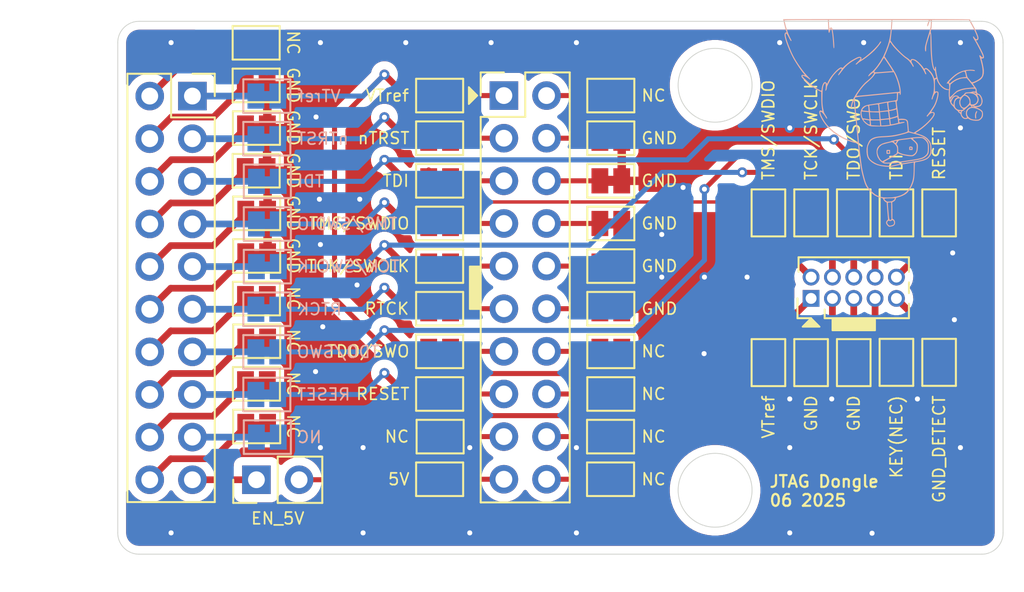
<source format=kicad_pcb>
(kicad_pcb (version 20241229) (generator "pcbnew") (generator_version "9.0")
  (layers (0 "F.Cu" signal) (2 "B.Cu" signal) (13 "F.Paste" user) (15 "B.Paste" user) (5 "F.SilkS" user "F.Silkscreen") (7 "B.SilkS" user "B.Silkscreen") (1 "F.Mask" user) (3 "B.Mask" user) (25 "Edge.Cuts" user))
  (net 0 "")
  (net 1 "Net-(J1-Pin_1)")
  (net 2 "/5V_Supply")
  (net 3 "/TDO{slash}SWO")
  (net 4 "/TCK{slash}SWCLK")
  (net 5 "GND")
  (net 6 "/RTCK")
  (net 7 "/nTRST")
  (net 8 "/RESET")
  (net 9 "/TDI")
  (net 10 "/VTref")
  (net 11 "/TMS{slash}SWDIO")
  (net 12 "Net-(J4-Pin_2)")
  (net 13 "Net-(J2-Pin_13)")
  (net 14 "Net-(J2-Pin_9)")
  (net 15 "Net-(J2-Pin_11)")
  (net 16 "Net-(J2-Pin_3)")
  (net 17 "Net-(J2-Pin_10)")
  (net 18 "Net-(J2-Pin_15)")
  (net 19 "Net-(J2-Pin_5)")
  (net 20 "Net-(J2-Pin_1)")
  (net 21 "Net-(J2-Pin_7)")
  (net 22 "Net-(J2-Pin_17)")
  (net 24 "Net-(J4-Pin_8)")
  (net 25 "Net-(J4-Pin_5)")
  (net 26 "Net-(J4-Pin_4)")
  (net 27 "Net-(J4-Pin_6)")
  (net 28 "Net-(J4-Pin_1)")
  (net 29 "/KEY")
  (net 30 "Net-(J4-Pin_10)")
  (net 31 "/GND_Detect")
  (net 32 "Net-(J4-Pin_3)")
  (net 34 "Net-(J3-Pin_3)")
  (net 35 "Net-(J3-Pin_15)")
  (net 36 "Net-(J3-Pin_8)")
  (net 37 "Net-(J3-Pin_4)")
  (net 38 "Net-(J3-Pin_10)")
  (net 39 "Net-(J3-Pin_5)")
  (net 40 "Net-(J3-Pin_6)")
  (net 41 "Net-(J3-Pin_14)")
  (net 42 "Net-(J3-Pin_20)")
  (net 43 "Net-(J3-Pin_2)")
  (net 44 "Net-(J3-Pin_11)")
  (net 45 "Net-(J3-Pin_12)")
  (net 46 "Net-(J3-Pin_7)")
  (net 47 "Net-(J3-Pin_1)")
  (net 48 "Net-(J3-Pin_13)")
  (net 49 "Net-(J3-Pin_19)")
  (net 50 "Net-(J3-Pin_18)")
  (net 51 "Net-(J3-Pin_17)")
  (net 52 "Net-(J3-Pin_9)")
  (net 53 "Net-(J3-Pin_16)")
  (net 60 "Net-(J2-Pin_4)")
  (net 61 "Net-(J2-Pin_16)")
  (net 62 "Net-(J2-Pin_20)")
  (net 63 "Net-(J2-Pin_2)")
  (net 64 "Net-(J2-Pin_18)")
  (net 65 "Net-(J2-Pin_8)")
  (net 66 "Net-(J2-Pin_14)")
  (net 67 "Net-(J2-Pin_6)")
  (net 68 "Net-(J2-Pin_12)")
  (footprint "Jumper:SolderJumper-2_P1.3mm_Bridged_Pad1.0x1.5mm" (layer "F.Cu") (at 56.335 58.8995)
    (property "Reference" "JP13" (hide yes))
    (property "Value" "SolderJumper_2_Bridged")
  )
  (footprint "Jumper:SolderJumper-2_P1.3mm_Bridged_Pad1.0x1.5mm" (layer "F.Cu") (at 96.99 61.415 90)
    (property "Reference" "JP29" (hide yes))
    (property "Value" "SolderJumper_2_Bridged")
  )
  (footprint "Connector_PinHeader_2.54mm:PinHeader_1x02_P2.54mm_Vertical" (layer "F.Cu") (at 56.35 77.3145 90)
    (property "Reference" "J1" (hide yes))
    (property "Value" "5V supply Enable")
  )
  (footprint "Jumper:SolderJumper-2_P1.3mm_Bridged_Pad1.0x1.5mm" (layer "F.Cu") (at 56.335 53.8195)
    (property "Reference" "JP11" (hide yes))
    (property "Value" "SolderJumper_2_Bridged")
  )
  (footprint "Jumper:SolderJumper-2_P1.3mm_Bridged_Pad1.0x1.5mm" (layer "F.Cu") (at 77.447 62.0445)
    (property "Reference" "JP43" (hide yes))
    (property "Value" "SolderJumper_2_Bridged")
  )
  (footprint "Jumper:SolderJumper-2_P1.3mm_Bridged_Pad1.0x1.5mm" (layer "F.Cu") (at 67.257 64.5845)
    (property "Reference" "JP34" (hide yes))
    (property "Value" "SolderJumper_2_Bridged")
  )
  (footprint "Jumper:SolderJumper-2_P1.3mm_Bridged_Pad1.0x1.5mm" (layer "F.Cu") (at 89.37 70.335 90)
    (property "Reference" "JP21" (hide yes))
    (property "Value" "SolderJumper_2_Bridged")
  )
  (footprint "Jumper:SolderJumper-2_P1.3mm_Bridged_Pad1.0x1.5mm" (layer "F.Cu") (at 56.35 56.3595)
    (property "Reference" "JP12" (hide yes))
    (property "Value" "SolderJumper_2_Bridged")
  )
  (footprint "Jumper:SolderJumper-2_P1.3mm_Bridged_Pad1.0x1.5mm" (layer "F.Cu") (at 77.447 67.1245)
    (property "Reference" "JP45" (hide yes))
    (property "Value" "SolderJumper_2_Bridged")
  )
  (footprint "Jumper:SolderJumper-2_P1.3mm_Bridged_Pad1.0x1.5mm" (layer "F.Cu") (at 56.365 61.4395)
    (property "Reference" "JP14" (hide yes))
    (property "Value" "SolderJumper_2_Bridged")
  )
  (footprint "Jumper:SolderJumper-2_P1.3mm_Bridged_Pad1.0x1.5mm" (layer "F.Cu") (at 77.447 56.9645)
    (property "Reference" "JP41" (hide yes))
    (property "Value" "SolderJumper_2_Bridged")
  )
  (footprint "Jumper:SolderJumper-2_P1.3mm_Bridged_Pad1.0x1.5mm" (layer "F.Cu") (at 67.257 62.0445)
    (property "Reference" "JP33" (hide yes))
    (property "Value" "SolderJumper_2_Bridged")
  )
  (footprint "Jumper:SolderJumper-2_P1.3mm_Bridged_Pad1.0x1.5mm" (layer "F.Cu") (at 56.335 51.2795)
    (property "Reference" "JP10" (hide yes))
    (property "Value" "SolderJumper_2_Bridged")
  )
  (footprint "Jumper:SolderJumper-2_P1.3mm_Bridged_Pad1.0x1.5mm" (layer "F.Cu") (at 86.83 70.335 90)
    (property "Reference" "JP20" (hide yes))
    (property "Value" "SolderJumper_2_Bridged")
  )
  (footprint "Jumper:SolderJumper-2_P1.3mm_Bridged_Pad1.0x1.5mm" (layer "F.Cu") (at 91.91 70.335 90)
    (property "Reference" "JP22" (hide yes))
    (property "Value" "SolderJumper_2_Bridged")
  )
  (footprint "Jumper:SolderJumper-2_P1.3mm_Bridged_Pad1.0x1.5mm" (layer "F.Cu") (at 56.365 74.1395)
    (property "Reference" "JP19" (hide yes))
    (property "Value" "SolderJumper_2_Bridged")
  )
  (footprint "Jumper:SolderJumper-2_P1.3mm_Bridged_Pad1.0x1.5mm" (layer "F.Cu") (at 94.45 61.415 90)
    (property "Reference" "JP28" (hide yes))
    (property "Value" "SolderJumper_2_Bridged")
  )
  (footprint "Jumper:SolderJumper-2_P1.3mm_Bridged_Pad1.0x1.5mm" (layer "F.Cu") (at 67.287 74.7445)
    (property "Reference" "JP38" (hide yes))
    (property "Value" "SolderJumper_2_Bridged")
  )
  (footprint "Connector_PinHeader_2.54mm:PinHeader_2x10_P2.54mm_Vertical" (layer "F.Cu") (at 71.082 54.4245)
    (property "Reference" "J3" (hide yes))
    (property "Value" "Conn_02x10_Odd_Even")
  )
  (footprint "Jumper:SolderJumper-2_P1.3mm_Bridged_Pad1.0x1.5mm" (layer "F.Cu") (at 77.447 64.5845)
    (property "Reference" "JP44" (hide yes))
    (property "Value" "SolderJumper_2_Bridged")
  )
  (footprint "Jumper:SolderJumper-2_P1.3mm_Bridged_Pad1.0x1.5mm" (layer "F.Cu") (at 56.35 66.5195)
    (property "Reference" "JP16" (hide yes))
    (property "Value" "SolderJumper_2_Bridged")
  )
  (footprint "Jumper:SolderJumper-2_P1.3mm_Bridged_Pad1.0x1.5mm" (layer "F.Cu") (at 67.257 54.4245)
    (property "Reference" "JP30" (hide yes))
    (property "Value" "SolderJumper_2_Bridged")
  )
  (footprint "Jumper:SolderJumper-2_P1.3mm_Bridged_Pad1.0x1.5mm" (layer "F.Cu") (at 56.365 63.9795)
    (property "Reference" "JP15" (hide yes))
    (property "Value" "SolderJumper_2_Bridged")
  )
  (footprint "Jumper:SolderJumper-2_P1.3mm_Bridged_Pad1.0x1.5mm" (layer "F.Cu") (at 77.432 74.7445)
    (property "Reference" "JP48" (hide yes))
    (property "Value" "SolderJumper_2_Bridged")
  )
  (footprint "Jumper:SolderJumper-2_P1.3mm_Bridged_Pad1.0x1.5mm" (layer "F.Cu") (at 94.45 70.32 90)
    (property "Reference" "JP23" (hide yes))
    (property "Value" "SolderJumper_2_Bridged")
  )
  (footprint "Jumper:SolderJumper-2_P1.3mm_Bridged_Pad1.0x1.5mm" (layer "F.Cu") (at 67.257 72.2045)
    (property "Reference" "JP37" (hide yes))
    (property "Value" "SolderJumper_2_Bridged")
  )
  (footprint "Jumper:SolderJumper-2_P1.3mm_Bridged_Pad1.0x1.5mm" (layer "F.Cu") (at 89.37 61.415 90)
    (property "Reference" "JP26" (hide yes))
    (property "Value" "SolderJumper_2_Bridged")
  )
  (footprint "Jumper:SolderJumper-2_P1.3mm_Bridged_Pad1.0x1.5mm" (layer "F.Cu") (at 91.91 61.415 90)
    (property "Reference" "JP27" (hide yes))
    (property "Value" "SolderJumper_2_Bridged")
  )
  (footprint "Jumper:SolderJumper-2_P1.3mm_Bridged_Pad1.0x1.5mm" (layer "F.Cu") (at 56.365 69.0595)
    (property "Reference" "JP17" (hide yes))
    (property "Value" "SolderJumper_2_Bridged")
  )
  (footprint "Connector_PinHeader_1.27mm:PinHeader_2x05_P1.27mm_Vertical" (layer "F.Cu") (at 89.37 66.51 90)
    (property "Reference" "J4" (hide yes))
    (property "Value" "FTS-105-01-F-D")
  )
  (footprint "Jumper:SolderJumper-2_P1.3mm_Bridged_Pad1.0x1.5mm" (layer "F.Cu") (at 77.447 69.6645)
    (property "Reference" "JP46" (hide yes))
    (property "Value" "SolderJumper_2_Bridged")
  )
  (footprint "local_footprints:SeggerJlinkFemaleConn" (layer "F.Cu") (at 50 65.8545)
    (property "Reference" "J2" (hide yes))
    (property "Value" "SeggerJlink connector" (hide yes))
  )
  (footprint "Jumper:SolderJumper-2_P1.3mm_Bridged_Pad1.0x1.5mm" (layer "F.Cu") (at 67.257 67.1245)
    (property "Reference" "JP35" (hide yes))
    (property "Value" "SolderJumper_2_Bridged")
  )
  (footprint "Jumper:SolderJumper-2_P1.3mm_Bridged_Pad1.0x1.5mm" (layer "F.Cu") (at 77.447 54.4245)
    (property "Reference" "JP40" (hide yes))
    (property "Value" "SolderJumper_2_Bridged")
  )
  (footprint "Jumper:SolderJumper-2_P1.3mm_Bridged_Pad1.0x1.5mm" (layer "F.Cu") (at 67.257 59.5045)
    (property "Reference" "JP32" (hide yes))
    (property "Value" "SolderJumper_2_Bridged")
  )
  (footprint "Jumper:SolderJumper-2_P1.3mm_Bridged_Pad1.0x1.5mm" (layer "F.Cu") (at 67.257 56.9645)
    (property "Reference" "JP31" (hide yes))
    (property "Value" "SolderJumper_2_Bridged")
  )
  (footprint "Jumper:SolderJumper-2_P1.3mm_Bridged_Pad1.0x1.5mm" (layer "F.Cu") (at 67.257 77.2845)
    (property "Reference" "JP39" (hide yes))
    (property "Value" "SolderJumper_2_Bridged")
  )
  (footprint "Jumper:SolderJumper-2_P1.3mm_Bridged_Pad1.0x1.5mm" (layer "F.Cu") (at 77.447 59.5045)
    (property "Reference" "JP42" (hide yes))
    (property "Value" "SolderJumper_2_Bridged")
  )
  (footprint "Jumper:SolderJumper-2_P1.3mm_Bridged_Pad1.0x1.5mm" (layer "F.Cu") (at 67.257 69.6645)
    (property "Reference" "JP36" (hide yes))
    (property "Value" "SolderJumper_2_Bridged")
  )
  (footprint "Jumper:SolderJumper-2_P1.3mm_Bridged_Pad1.0x1.5mm" (layer "F.Cu") (at 77.432 77.2845)
    (property "Reference" "JP49" (hide yes))
    (property "Value" "SolderJumper_2_Bridged")
  )
  (footprint "Jumper:SolderJumper-2_P1.3mm_Bridged_Pad1.0x1.5mm" (layer "F.Cu") (at 77.447 72.2045)
    (property "Reference" "JP47" (hide yes))
    (property "Value" "SolderJumper_2_Bridged")
  )
  (footprint "Jumper:SolderJumper-2_P1.3mm_Bridged_Pad1.0x1.5mm" (layer "F.Cu") (at 56.35 71.5995)
    (property "Reference" "JP18" (hide yes))
    (property "Value" "SolderJumper_2_Bridged")
  )
  (footprint "Jumper:SolderJumper-2_P1.3mm_Bridged_Pad1.0x1.5mm" (layer "F.Cu") (at 86.83 61.415 90)
    (property "Reference" "JP25" (hide yes))
    (property "Value" "SolderJumper_2_Bridged")
  )
  (footprint "Jumper:SolderJumper-2_P1.3mm_Bridged_Pad1.0x1.5mm" (layer "F.Cu") (at 96.99 70.32 90)
    (property "Reference" "JP24" (hide yes))
    (property "Value" "SolderJumper_2_Bridged")
  )
  (footprint "Jumper:SolderJumper-2_P1.3mm_Bridged_Pad1.0x1.5mm" (layer "B.Cu") (at 56.97 69.6945 180)
    (property "Reference" "JP7" (hide yes))
    (property "Value" "SolderJumper_2_Bridged")
  )
  (footprint "Jumper:SolderJumper-2_P1.3mm_Bridged_Pad1.0x1.5mm" (layer "B.Cu") (at 57 74.7745 180)
    (property "Reference" "JP9" (hide yes))
    (property "Value" "SolderJumper_2_Bridged")
  )
  (footprint "Jumper:SolderJumper-2_P1.3mm_Bridged_Pad1.0x1.5mm" (layer "B.Cu") (at 56.97 67.1545 180)
    (property "Reference" "JP6" (hide yes))
    (property "Value" "SolderJumper_2_Bridged")
  )
  (footprint "Jumper:SolderJumper-2_P1.3mm_Bridged_Pad1.0x1.5mm" (layer "B.Cu") (at 57 64.6145 180)
    (property "Reference" "JP5" (hide yes))
    (property "Value" "SolderJumper_2_Bridged")
  )
  (footprint "LOGO" (layer "B.Cu") (at 94 56)
    (property "Reference" "G***" (hide yes))
    (property "Value" "LOGO" (hide yes))
  )
  (footprint "Jumper:SolderJumper-2_P1.3mm_Bridged_Pad1.0x1.5mm" (layer "B.Cu") (at 57 62.0745 180)
    (property "Reference" "JP4" (hide yes))
    (property "Value" "SolderJumper_2_Bridged")
  )
  (footprint "Jumper:SolderJumper-2_P1.3mm_Bridged_Pad1.0x1.5mm" (layer "B.Cu") (at 56.97 72.2345 180)
    (property "Reference" "JP8" (hide yes))
    (property "Value" "SolderJumper_2_Bridged")
  )
  (footprint "Jumper:SolderJumper-2_P1.3mm_Bridged_Pad1.0x1.5mm" (layer "B.Cu") (at 56.97 56.9945 180)
    (property "Reference" "JP2" (hide yes))
    (property "Value" "SolderJumper_2_Bridged")
  )
  (footprint "Jumper:SolderJumper-2_P1.3mm_Bridged_Pad1.0x1.5mm" (layer "B.Cu") (at 57 59.5345 180)
    (property "Reference" "JP3" (hide yes))
    (property "Value" "SolderJumper_2_Bridged")
  )
  (footprint "Jumper:SolderJumper-2_P1.3mm_Bridged_Pad1.0x1.5mm" (layer "B.Cu") (at 56.97 54.4545 180)
    (property "Reference" "JP1" (hide yes))
    (property "Value" "SolderJumper_2_Bridged")
  )
  (gr_poly (pts (xy 68.992 54.9325) (xy 68.992 53.9165) (xy 69.5 54.4245)) (stroke (width 0.1)) (fill yes) (layer "F.SilkS"))
  (gr_rect (start 90.64 67.78) (end 93.18 68.415) (stroke (width 0.1)) (fill yes) (layer "F.SilkS"))
  (gr_rect (start 69.05 64.605) (end 69.685 67.145) (stroke (width 0.1)) (fill yes) (layer "F.SilkS"))
  (gr_poly (pts (xy 89.878 68.198) (xy 88.862 68.198) (xy 89.37 67.69)) (stroke (width 0.1)) (fill yes) (layer "F.SilkS"))
  (gr_arc (start 48.095 51.27) (mid 48.466974 50.371974) (end 49.365 50) (stroke (width 0.05)) (layer "Edge.Cuts"))
  (gr_arc (start 49.365 81.75) (mid 48.466974 81.378026) (end 48.095 80.48) (stroke (width 0.05)) (layer "Edge.Cuts"))
  (gr_circle (center 83.655 53.81) (end 85.855 53.81) (stroke (width 0.05)) (fill no) (layer "Edge.Cuts"))
  (gr_arc (start 99.53 50) (mid 100.428026 50.371974) (end 100.8 51.27) (stroke (width 0.05)) (layer "Edge.Cuts"))
  (gr_circle (center 83.655 77.94) (end 85.855 77.94) (stroke (width 0.05)) (fill no) (layer "Edge.Cuts"))
  (gr_line (start 100.8 80.48) (end 100.8 51.27) (stroke (width 0.05)) (layer "Edge.Cuts"))
  (gr_arc (start 100.8 80.48) (mid 100.428026 81.378026) (end 99.53 81.75) (stroke (width 0.05)) (layer "Edge.Cuts"))
  (gr_line (start 99.53 50) (end 49.365 50) (stroke (width 0.05)) (layer "Edge.Cuts"))
  (gr_line (start 48.095 51.27) (end 48.095 80.48) (stroke (width 0.05)) (layer "Edge.Cuts"))
  (gr_line (start 49.365 81.75) (end 99.53 81.75) (stroke (width 0.05)) (layer "Edge.Cuts"))
  (gr_text "NC" (at 65.494 74.7445 0) (layer "F.SilkS") (effects (font (size 0.7 0.7) (thickness 0.1)) (justify right)))
  (gr_text "NC" (at 79.21 69.6645 0) (layer "F.SilkS") (effects (font (size 0.7 0.7) (thickness 0.1)) (justify left)))
  (gr_text "GND" (at 58.128 61.43 270) (layer "F.SilkS") (effects (font (size 0.7 0.7) (thickness 0.1)) (justify bottom)))
  (gr_text "NC" (at 79.21 72.2045 0) (layer "F.SilkS") (effects (font (size 0.7 0.7) (thickness 0.1)) (justify left)))
  (gr_text "GND" (at 79.21 59.5045 0) (layer "F.SilkS") (effects (font (size 0.7 0.7) (thickness 0.1)) (justify left)))
  (gr_text "EN_5V" (at 57.62 79.21 0) (layer "F.SilkS") (effects (font (size 0.7 0.7) (thickness 0.1)) (justify top)))
  (gr_text "RESET" (at 96.99 59.525 90) (layer "F.SilkS") (effects (font (size 0.7 0.7) (thickness 0.1)) (justify left)))
  (gr_text "NC" (at 58.128 51.27 270) (layer "F.SilkS") (effects (font (size 0.7 0.7) (thickness 0.1)) (justify bottom)))
  (gr_text "TDO/SWO" (at 65.524 69.6645 0) (layer "F.SilkS") (effects (font (size 0.7 0.7) (thickness 0.1)) (justify right)))
  (gr_text "VTref" (at 86.83 72.225 90) (layer "F.SilkS") (effects (font (size 0.7 0.7) (thickness 0.1)) (justify right)))
  (gr_text "VTref" (at 65.494 54.4245 0) (layer "F.SilkS") (effects (font (size 0.7 0.7) (thickness 0.1)) (justify right)))
  (gr_text "NC" (at 79.21 54.4245 0) (layer "F.SilkS") (effects (font (size 0.7 0.7) (thickness 0.1)) (justify left)))
  (gr_text "RTCK" (at 65.494 67.1245 0) (layer "F.SilkS") (effects (font (size 0.7 0.7) (thickness 0.1)) (justify right)))
  (gr_text "GND" (at 79.21 64.5845 0) (layer "F.SilkS") (effects (font (size 0.7 0.7) (thickness 0.1)) (justify left)))
  (gr_text "GND" (at 91.91 72.225 90) (layer "F.SilkS") (effects (font (size 0.7 0.7) (thickness 0.1)) (justify right)))
  (gr_text "JTAG Dongle\n06 2025" (at 86.83 78.956 0) (layer "F.SilkS") (effects (font (size 0.7 0.7) (thickness 0.13)) (justify left bottom)))
  (gr_text "NC" (at 58.128 66.51 270) (layer "F.SilkS") (effects (font (size 0.7 0.7) (thickness 0.1)) (justify bottom)))
  (gr_text "GND" (at 89.37 72.225 90) (layer "F.SilkS") (effects (font (size 0.7 0.7) (thickness 0.1)) (justify right)))
  (gr_text "GND" (at 58.128 56.35 270) (layer "F.SilkS") (effects (font (size 0.7 0.7) (thickness 0.1)) (justify bottom)))
  (gr_text "GND" (at 79.21 67.1245 0) (layer "F.SilkS") (effects (font (size 0.7 0.7) (thickness 0.1)) (justify left)))
  (gr_text "RESET" (at 65.524 72.2045 0) (layer "F.SilkS") (effects (font (size 0.7 0.7) (thickness 0.1)) (justify right)))
  (gr_text "TMS/SWDIO" (at 65.524 62.0445 0) (layer "F.SilkS") (effects (font (size 0.7 0.7) (thickness 0.1)) (justify right)))
  (gr_text "NC" (at 79.21 77.2845 0) (layer "F.SilkS") (effects (font (size 0.7 0.7) (thickness 0.1)) (justify left)))
  (gr_text "TDI" (at 65.494 59.5045 0) (layer "F.SilkS") (effects (font (size 0.7 0.7) (thickness 0.1)) (justify right)))
  (gr_text "NC" (at 58.128 69.05 270) (layer "F.SilkS") (effects (font (size 0.7 0.7) (thickness 0.1)) (justify bottom)))
  (gr_text "GND" (at 58.128 63.97 270) (layer "F.SilkS") (effects (font (size 0.7 0.7) (thickness 0.1)) (justify bottom)))
  (gr_text "GND" (at 58.128 58.89 270) (layer "F.SilkS") (effects (font (size 0.7 0.7) (thickness 0.1)) (justify bottom)))
  (gr_text "GND_DETECT" (at 96.99 72.225 90) (layer "F.SilkS") (effects (font (size 0.7 0.7) (thickness 0.1)) (justify right)))
  (gr_text "5V" (at 65.524 77.2845 0) (layer "F.SilkS") (effects (font (size 0.7 0.7) (thickness 0.1)) (justify right)))
  (gr_text "GND" (at 79.21 62.0445 0) (layer "F.SilkS") (effects (font (size 0.7 0.7) (thickness 0.1)) (justify left)))
  (gr_text "TDI" (at 94.45 59.525 90) (layer "F.SilkS") (effects (font (size 0.7 0.7) (thickness 0.1)) (justify left)))
  (gr_text "TMS/SWDIO" (at 86.83 59.525 90) (layer "F.SilkS") (effects (font (size 0.7 0.7) (thickness 0.1)) (justify left)))
  (gr_text "NC" (at 58.128 71.59 270) (layer "F.SilkS") (effects (font (size 0.7 0.7) (thickness 0.1)) (justify bottom)))
  (gr_text "TCK/SWCLK" (at 65.524 64.5845 0) (layer "F.SilkS") (effects (font (size 0.7 0.7) (thickness 0.1)) (justify right)))
  (gr_text "TDO/SWO" (at 91.91 59.525 90) (layer "F.SilkS") (effects (font (size 0.7 0.7) (thickness 0.1)) (justify left)))
  (gr_text "GND" (at 79.21 56.9645 0) (layer "F.SilkS") (effects (font (size 0.7 0.7) (thickness 0.1)) (justify left)))
  (gr_text "NC" (at 79.21 74.7445 0) (layer "F.SilkS") (effects (font (size 0.7 0.7) (thickness 0.1)) (justify left)))
  (gr_text "TCK/SWCLK" (at 89.37 59.525 90) (layer "F.SilkS") (effects (font (size 0.7 0.7) (thickness 0.1)) (justify left)))
  (gr_text "NC" (at 58.128 74.13 270) (layer "F.SilkS") (effects (font (size 0.7 0.7) (thickness 0.1)) (justify bottom)))
  (gr_text "KEY(NEC)" (at 94.45 72.225 90) (layer "F.SilkS") (effects (font (size 0.7 0.7) (thickness 0.1)) (justify right)))
  (gr_text "nTRST" (at 65.524 56.9645 0) (layer "F.SilkS") (effects (font (size 0.7 0.7) (thickness 0.1)) (justify right)))
  (gr_text "GND" (at 58.128 53.81 270) (layer "F.SilkS") (effects (font (size 0.7 0.7) (thickness 0.1)) (justify bottom)))
  (gr_text "nTRST" (at 58.7 56.9945 -0) (layer "B.SilkS") (effects (font (size 0.7 0.7) (thickness 0.1)) (justify right mirror)))
  (gr_text "RESET" (at 58.7 72.2345 -0) (layer "B.SilkS") (effects (font (size 0.7 0.7) (thickness 0.1)) (justify right mirror)))
  (gr_text "VTref" (at 58.73 54.4545 -0) (layer "B.SilkS") (effects (font (size 0.7 0.7) (thickness 0.1)) (justify right mirror)))
  (gr_text "TDO/SWO" (at 58.7 69.6945 -0) (layer "B.SilkS") (effects (font (size 0.7 0.7) (thickness 0.1)) (justify right mirror)))
  (gr_text "TDI" (at 58.73 59.5345 -0) (layer "B.SilkS") (effects (font (size 0.7 0.7) (thickness 0.1)) (justify right mirror)))
  (gr_text "NC" (at 58.73 74.7745 -0) (layer "B.SilkS") (effects (font (size 0.7 0.7) (thickness 0.1)) (justify right mirror)))
  (gr_text "TCK/SWCLK" (at 58.7 64.6145 -0) (layer "B.SilkS") (effects (font (size 0.7 0.7) (thickness 0.1)) (justify right mirror)))
  (gr_text "TMS/SWDIO" (at 58.7 62.0745 -0) (layer "B.SilkS") (effects (font (size 0.7 0.7) (thickness 0.1)) (justify right mirror)))
  (gr_text "RTCK" (at 58.73 67.1545 -0) (layer "B.SilkS") (effects (font (size 0.7 0.7) (thickness 0.1)) (justify right mirror)))
  (segment (start 52.54 77.3145) (end 56.35 77.3145) (width 0.4) (layer "F.Cu") (net 1))
  (segment (start 58.89 77.3145) (end 66.577 77.3145) (width 0.3) (layer "F.Cu") (net 2))
  (segment (start 66.577 77.3145) (end 66.607 77.2845) (width 0.3) (layer "F.Cu") (net 2))
  (segment (start 85.02 58) (end 89.145 58) (width 0.3) (layer "F.Cu") (net 3))
  (segment (start 83.02 60) (end 85.02 58) (width 0.3) (layer "F.Cu") (net 3))
  (segment (start 65.2195 69.6645) (end 66.607 69.6645) (width 0.4) (layer "F.Cu") (net 3))
  (segment (start 89.145 58) (end 91.91 60.765) (width 0.3) (layer "F.Cu") (net 3))
  (segment (start 63.97 68.415) (end 65.2195 69.6645) (width 0.4) (layer "F.Cu") (net 3))
  (via (at 63.97 68.415) (size 0.6) (drill 0.3) (layers "F.Cu" "B.Cu") (net 3))
  (via (at 83.02 60) (size 0.6) (drill 0.3) (layers "F.Cu" "B.Cu") (net 3))
  (segment (start 83.02 64.23) (end 78.835 68.415) (width 0.3) (layer "B.Cu") (net 3))
  (segment (start 78.835 68.415) (end 63.97 68.415) (width 0.3) (layer "B.Cu") (net 3))
  (segment (start 62.6905 69.6945) (end 63.97 68.415) (width 0.3) (layer "B.Cu") (net 3))
  (segment (start 57.62 69.6945) (end 62.6905 69.6945) (width 0.3) (layer "B.Cu") (net 3))
  (segment (start 83.02 60) (end 83.02 64.23) (width 0.3) (layer "B.Cu") (net 3))
  (segment (start 65.2195 64.5845) (end 63.97 63.335) (width 0.4) (layer "F.Cu") (net 4))
  (segment (start 85.27 59) (end 88.52 59) (width 0.3) (layer "F.Cu") (net 4))
  (segment (start 66.607 64.5845) (end 65.2195 64.5845) (width 0.4) (layer "F.Cu") (net 4))
  (segment (start 88.52 59) (end 89.37 59.85) (width 0.3) (layer "F.Cu") (net 4))
  (segment (start 89.37 59.85) (end 89.37 60.765) (width 0.3) (layer "F.Cu") (net 4))
  (via (at 85.27 59) (size 0.6) (drill 0.3) (layers "F.Cu" "B.Cu") (net 4))
  (via (at 63.97 63.335) (size 0.6) (drill 0.3) (layers "F.Cu" "B.Cu") (net 4))
  (segment (start 57.65 64.6145) (end 62.6905 64.6145) (width 0.3) (layer "B.Cu") (net 4))
  (segment (start 80.5 59) (end 85.27 59) (width 0.3) (layer "B.Cu") (net 4))
  (segment (start 62.6905 64.6145) (end 63.97 63.335) (width 0.3) (layer "B.Cu") (net 4))
  (segment (start 63.97 63.335) (end 76.165 63.335) (width 0.3) (layer "B.Cu") (net 4))
  (segment (start 76.165 63.335) (end 80.5 59) (width 0.3) (layer "B.Cu") (net 4))
  (via (at 98.26 75.4) (size 0.6) (drill 0.3) (layers "F.Cu" "B.Cu") (net 5))
  (via (at 88.1 72.5) (size 0.6) (drill 0.3) (layers "F.Cu" "B.Cu") (net 5))
  (via (at 60.16 63.3) (size 0.6) (drill 0.3) (layers "F.Cu" "B.Cu") (net 5))
  (via (at 98.26 51.27) (size 0.6) (drill 0.3) (layers "F.Cu" "B.Cu") (net 5))
  (via (at 51.27 51.27) (size 0.6) (drill 0.3) (layers "F.Cu" "B.Cu") (net 5))
  (via (at 93 80.5) (size 0.6) (drill 0.3) (layers "F.Cu" "B.Cu") (net 5))
  (via (at 65.24 51.27) (size 0.6) (drill 0.3) (layers "F.Cu" "B.Cu") (net 5))
  (via (at 62.7 75.4) (size 0.6) (drill 0.3) (layers "F.Cu" "B.Cu") (net 5))
  (via (at 75.4 75.4) (size 0.6) (drill 0.3) (layers "F.Cu" "B.Cu") (net 5))
  (via (at 69.05 75.4) (size 0.6) (drill 0.3) (layers "F.Cu" "B.Cu") (net 5))
  (via (at 60.16 75.4) (size 0.6) (drill 0.3) (layers "F.Cu" "B.Cu") (net 5))
  (via (at 87.5 51.27) (size 0.6) (drill 0.3) (layers "F.Cu" "B.Cu") (net 5))
  (via (at 75.4 51.27) (size 0.6) (drill 0.3) (layers "F.Cu" "B.Cu") (net 5))
  (via (at 88.1 80.48) (size 0.6) (drill 0.3) (layers "F.Cu" "B.Cu") (net 5))
  (via (at 81.75 59.9) (size 0.6) (drill 0.3) (layers "F.Cu" "B.Cu") (net 5))
  (via (at 60.1 60.6) (size 0.6) (drill 0.3) (layers "F.Cu" "B.Cu") (net 5))
  (via (at 62.34 65.71) (size 0.6) (drill 0.3) (layers "F.Cu" "B.Cu") (net 5))
  (via (at 97.9 67.78) (size 0.6) (drill 0.3) (layers "F.Cu" "B.Cu") (net 5))
  (via (at 75.4 80.48) (size 0.6) (drill 0.3) (layers "F.Cu" "B.Cu") (net 5))
  (via (at 95.7 72.5) (size 0.6) (drill 0.3) (layers "F.Cu" "B.Cu") (net 5))
  (via (at 98.26 56.35) (size 0.6) (drill 0.3) (layers "F.Cu" "B.Cu") (net 5))
  (via (at 59.87 70.87) (size 0.6) (drill 0.3) (layers "F.Cu" "B.Cu") (net 5))
  (via (at 90.6 72.5) (size 0.6) (drill 0.3) (layers "F.Cu" "B.Cu") (net 5))
  (via (at 59.9 55.7) (size 0.6) (drill 0.3) (layers "F.Cu" "B.Cu") (net 5))
  (via (at 62.5 60.6) (size 0.6) (drill 0.3) (layers "F.Cu" "B.Cu") (net 5))
  (via (at 97.8 63.8) (size 0.6) (drill 0.3) (layers "F.Cu" "B.Cu") (net 5))
  (via (at 88.1 56.35) (size 0.6) (drill 0.3) (layers "F.Cu" "B.Cu") (net 5))
  (via (at 88.1 75.4) (size 0.6) (drill 0.3) (layers "F.Cu" "B.Cu") (net 5))
  (via (at 80.48 62.7) (size 0.6) (drill 0.3) (layers "F.Cu" "B.Cu") (net 5))
  (via (at 80.48 65.24) (size 0.6) (drill 0.3) (layers "F.Cu" "B.Cu") (net 5))
  (via (at 83 69.8) (size 0.6) (drill 0.3) (layers "F.Cu" "B.Cu") (net 5))
  (via (at 85.56 65.24) (size 0.6) (drill 0.3) (layers "F.Cu" "B.Cu") (net 5))
  (via (at 92.5 51.27) (size 0.6) (drill 0.3) (layers "F.Cu" "B.Cu") (net 5))
  (via (at 70.32 51.27) (size 0.6) (drill 0.3) (layers "F.Cu" "B.Cu") (net 5))
  (via (at 51.27 80.48) (size 0.6) (drill 0.3) (layers "F.Cu" "B.Cu") (net 5))
  (via (at 62.7 80.48) (size 0.6) (drill 0.3) (layers "F.Cu" "B.Cu") (net 5))
  (via (at 69.05 80.48) (size 0.6) (drill 0.3) (layers "F.Cu" "B.Cu") (net 5))
  (via (at 60.3 68.2) (size 0.6) (drill 0.3) (layers "F.Cu" "B.Cu") (net 5))
  (via (at 83.02 65.24) (size 0.6) (drill 0.3) (layers "F.Cu" "B.Cu") (net 5))
  (via (at 60.16 51.27) (size 0.6) (drill 0.3) (layers "F.Cu" "B.Cu") (net 5))
  (segment (start 65.2195 67.1245) (end 63.97 65.875) (width 0.4) (layer "F.Cu") (net 6))
  (segment (start 66.607 67.1245) (end 65.2195 67.1245) (width 0.4) (layer "F.Cu") (net 6))
  (via (at 63.97 65.875) (size 0.6) (drill 0.3) (layers "F.Cu" "B.Cu") (net 6))
  (segment (start 57.62 67.1545) (end 62.6905 67.1545) (width 0.3) (layer "B.Cu") (net 6))
  (segment (start 62.6905 67.1545) (end 63.97 65.875) (width 0.3) (layer "B.Cu") (net 6))
  (segment (start 65.2195 56.9645) (end 63.97 55.715) (width 0.4) (layer "F.Cu") (net 7))
  (segment (start 66.607 56.9645) (end 65.2195 56.9645) (width 0.4) (layer "F.Cu") (net 7))
  (via (at 63.97 55.715) (size 0.6) (drill 0.3) (layers "F.Cu" "B.Cu") (net 7))
  (segment (start 57.62 56.9945) (end 62.6905 56.9945) (width 0.3) (layer "B.Cu") (net 7))
  (segment (start 62.6905 56.9945) (end 63.97 55.715) (width 0.3) (layer "B.Cu") (net 7))
  (segment (start 98.895 61.62) (end 98.895 71.59) (width 0.3) (layer "F.Cu") (net 8))
  (segment (start 65.2195 72.2045) (end 63.97 70.955) (width 0.4) (layer "F.Cu") (net 8))
  (segment (start 98.895 71.59) (end 96.99 73.495) (width 0.3) (layer "F.Cu") (net 8))
  (segment (start 96.99 73.495) (end 66.8475 73.495) (width 0.3) (layer "F.Cu") (net 8))
  (segment (start 98.04 60.765) (end 98.895 61.62) (width 0.3) (layer "F.Cu") (net 8))
  (segment (start 66.607 72.2045) (end 65.2195 72.2045) (width 0.4) (layer "F.Cu") (net 8))
  (segment (start 96.99 60.765) (end 98.04 60.765) (width 0.3) (layer "F.Cu") (net 8))
  (segment (start 66.8475 73.495) (end 66.607 73.2545) (width 0.3) (layer "F.Cu") (net 8))
  (segment (start 66.607 73.2545) (end 66.607 72.2045) (width 0.3) (layer "F.Cu") (net 8))
  (via (at 63.97 70.955) (size 0.6) (drill 0.3) (layers "F.Cu" "B.Cu") (net 8))
  (segment (start 62.6905 72.2345) (end 57.62 72.2345) (width 0.3) (layer "B.Cu") (net 8))
  (segment (start 63.97 70.955) (end 62.6905 72.2345) (width 0.3) (layer "B.Cu") (net 8))
  (segment (start 94.45 60.765) (end 90.7275 57.0425) (width 0.3) (layer "F.Cu") (net 9))
  (segment (start 66.607 59.5045) (end 65.2195 59.5045) (width 0.4) (layer "F.Cu") (net 9))
  (segment (start 65.2195 59.5045) (end 63.97 58.255) (width 0.4) (layer "F.Cu") (net 9))
  (segment (start 90.7275 57.0425) (end 90.685 57) (width 0.3) (layer "F.Cu") (net 9))
  (segment (start 66.607 58.8525) (end 66.607 59.5045) (width 0.3) (layer "F.Cu") (net 9))
  (via (at 63.97 58.255) (size 0.6) (drill 0.3) (layers "F.Cu" "B.Cu") (net 9))
  (via (at 90.7275 57.0425) (size 0.6) (drill 0.3) (layers "F.Cu" "B.Cu") (net 9))
  (segment (start 62.6905 59.5345) (end 63.97 58.255) (width 0.3) (layer "B.Cu") (net 9))
  (segment (start 83.25 57) (end 90.685 57) (width 0.3) (layer "B.Cu") (net 9))
  (segment (start 63.97 58.255) (end 81.995 58.255) (width 0.3) (layer "B.Cu") (net 9))
  (segment (start 90.685 57) (end 90.7275 57.0425) (width 0.3) (layer "B.Cu") (net 9))
  (segment (start 81.995 58.255) (end 83.25 57) (width 0.3) (layer "B.Cu") (net 9))
  (segment (start 57.65 59.5345) (end 62.6905 59.5345) (width 0.3) (layer "B.Cu") (net 9))
  (segment (start 66.607 54.4245) (end 65.2195 54.4245) (width 0.4) (layer "F.Cu") (net 10))
  (segment (start 86.83 70.985) (end 65.485 70.985) (width 0.3) (layer "F.Cu") (net 10))
  (segment (start 61 66.5) (end 61 56.145) (width 0.3) (layer "F.Cu") (net 10))
  (segment (start 61 56.145) (end 63.97 53.175) (width 0.3) (layer "F.Cu") (net 10))
  (segment (start 65.2195 54.4245) (end 63.97 53.175) (width 0.4) (layer "F.Cu") (net 10))
  (segment (start 65.485 70.985) (end 61 66.5) (width 0.3) (layer "F.Cu") (net 10))
  (via (at 63.97 53.175) (size 0.6) (drill 0.3) (layers "F.Cu" "B.Cu") (net 10))
  (segment (start 57.62 54.4545) (end 62.6905 54.4545) (width 0.3) (layer "B.Cu") (net 10))
  (segment (start 62.6905 54.4545) (end 63.97 53.175) (width 0.3) (layer "B.Cu") (net 10))
  (segment (start 66.8365 60.765) (end 86.83 60.765) (width 0.2) (layer "F.Cu") (net 11))
  (segment (start 66.607 62.0445) (end 66.607 60.9945) (width 0.2) (layer "F.Cu") (net 11))
  (segment (start 65.2195 62.0445) (end 63.97 60.795) (width 0.4) (layer "F.Cu") (net 11))
  (segment (start 66.607 62.0445) (end 65.2195 62.0445) (width 0.4) (layer "F.Cu") (net 11))
  (segment (start 66.607 60.9945) (end 66.8365 60.765) (width 0.2) (layer "F.Cu") (net 11))
  (via (at 63.97 60.795) (size 0.6) (drill 0.3) (layers "F.Cu" "B.Cu") (net 11))
  (segment (start 62.6905 62.0745) (end 63.97 60.795) (width 0.3) (layer "B.Cu") (net 11))
  (segment (start 57.65 62.0745) (end 62.6905 62.0745) (width 0.3) (layer "B.Cu") (net 11))
  (segment (start 86.83 62.7) (end 86.83 62.065) (width 0.4) (layer "F.Cu") (net 12))
  (segment (start 89.37 65.24) (end 86.83 62.7) (width 0.4) (layer "F.Cu") (net 12))
  (segment (start 52.54 69.6945) (end 56.32 69.6945) (width 0.4) (layer "B.Cu") (net 13))
  (segment (start 52.54 64.6145) (end 56.35 64.6145) (width 0.4) (layer "B.Cu") (net 14))
  (segment (start 52.54 67.1545) (end 56.32 67.1545) (width 0.4) (layer "B.Cu") (net 15))
  (segment (start 52.54 56.9945) (end 56.32 56.9945) (width 0.4) (layer "B.Cu") (net 16))
  (segment (start 50 64.6145) (end 51.251 63.3635) (width 0.4) (layer "F.Cu") (net 17))
  (segment (start 51.251 63.3635) (end 53.791 63.3635) (width 0.4) (layer "F.Cu") (net 17))
  (segment (start 53.791 63.3635) (end 55.715 61.4395) (width 0.4) (layer "F.Cu") (net 17))
  (segment (start 52.54 72.2345) (end 56.32 72.2345) (width 0.4) (layer "B.Cu") (net 18))
  (segment (start 52.54 59.5345) (end 56.35 59.5345) (width 0.4) (layer "B.Cu") (net 19))
  (segment (start 52.54 54.4545) (end 56.32 54.4545) (width 0.4) (layer "B.Cu") (net 20))
  (segment (start 52.54 62.0745) (end 56.35 62.0745) (width 0.4) (layer "B.Cu") (net 21))
  (segment (start 52.54 74.7745) (end 56.35 74.7745) (width 0.4) (layer "B.Cu") (net 22))
  (segment (start 93.18 65.24) (end 93.18 63.335) (width 0.4) (layer "F.Cu") (net 24))
  (segment (start 93.18 63.335) (end 94.45 62.065) (width 0.4) (layer "F.Cu") (net 24))
  (segment (start 91.91 66.51) (end 91.91 69.685) (width 0.4) (layer "F.Cu") (net 25))
  (segment (start 90.64 63.335) (end 89.37 62.065) (width 0.4) (layer "F.Cu") (net 26))
  (segment (start 90.64 65.24) (end 90.64 63.335) (width 0.4) (layer "F.Cu") (net 26))
  (segment (start 91.91 65.24) (end 91.91 62.065) (width 0.4) (layer "F.Cu") (net 27))
  (segment (start 89.37 66.51) (end 86.83 69.05) (width 0.4) (layer "F.Cu") (net 28))
  (segment (start 86.83 69.05) (end 86.83 69.685) (width 0.4) (layer "F.Cu") (net 28))
  (segment (start 93.18 68.4) (end 94.45 69.67) (width 0.4) (layer "F.Cu") (net 29))
  (segment (start 93.18 66.51) (end 93.18 68.4) (width 0.4) (layer "F.Cu") (net 29))
  (segment (start 96.99 62.7) (end 96.99 62.065) (width 0.4) (layer "F.Cu") (net 30))
  (segment (start 94.45 65.24) (end 96.99 62.7) (width 0.4) (layer "F.Cu") (net 30))
  (segment (start 94.45 66.51) (end 96.99 69.05) (width 0.4) (layer "F.Cu") (net 31))
  (segment (start 96.99 69.05) (end 96.99 69.67) (width 0.4) (layer "F.Cu") (net 31))
  (segment (start 90.64 66.51) (end 90.64 68.415) (width 0.4) (layer "F.Cu") (net 32))
  (segment (start 90.64 68.415) (end 89.37 69.685) (width 0.4) (layer "F.Cu") (net 32))
  (segment (start 67.907 56.9645) (end 71.082 56.9645) (width 0.3) (layer "F.Cu") (net 34))
  (segment (start 67.907 72.2045) (end 71.082 72.2045) (width 0.3) (layer "F.Cu") (net 35))
  (segment (start 73.622 62.0445) (end 76.797 62.0445) (width 0.3) (layer "F.Cu") (net 36))
  (segment (start 73.622 56.9645) (end 76.797 56.9645) (width 0.3) (layer "F.Cu") (net 37))
  (segment (start 73.622 64.5845) (end 76.797 64.5845) (width 0.3) (layer "F.Cu") (net 38))
  (segment (start 67.907 59.5045) (end 71.082 59.5045) (width 0.3) (layer "F.Cu") (net 39))
  (segment (start 73.622 59.5045) (end 76.797 59.5045) (width 0.3) (layer "F.Cu") (net 40))
  (segment (start 73.622 69.6645) (end 76.797 69.6645) (width 0.3) (layer "F.Cu") (net 41))
  (segment (start 73.622 77.2845) (end 76.782 77.2845) (width 0.3) (layer "F.Cu") (net 42))
  (segment (start 73.622 54.4245) (end 76.797 54.4245) (width 0.3) (layer "F.Cu") (net 43))
  (segment (start 67.907 67.1245) (end 71.082 67.1245) (width 0.3) (layer "F.Cu") (net 44))
  (segment (start 73.622 67.1245) (end 76.797 67.1245) (width 0.3) (layer "F.Cu") (net 45))
  (segment (start 67.907 62.0445) (end 71.082 62.0445) (width 0.3) (layer "F.Cu") (net 46))
  (segment (start 67.907 54.4245) (end 71.082 54.4245) (width 0.3) (layer "F.Cu") (net 47))
  (segment (start 67.907 69.6645) (end 71.082 69.6645) (width 0.3) (layer "F.Cu") (net 48))
  (segment (start 67.907 77.2845) (end 71.082 77.2845) (width 0.3) (layer "F.Cu") (net 49))
  (segment (start 73.622 74.7445) (end 76.782 74.7445) (width 0.3) (layer "F.Cu") (net 50))
  (segment (start 67.937 74.7445) (end 71.082 74.7445) (width 0.3) (layer "F.Cu") (net 51))
  (segment (start 67.907 64.5845) (end 71.082 64.5845) (width 0.3) (layer "F.Cu") (net 52))
  (segment (start 73.622 72.2045) (end 76.797 72.2045) (width 0.3) (layer "F.Cu") (net 53))
  (segment (start 50 56.9945) (end 51.289 55.7055) (width 0.4) (layer "F.Cu") (net 60))
  (segment (start 53.799 55.7055) (end 55.685 53.8195) (width 0.4) (layer "F.Cu") (net 60))
  (segment (start 51.289 55.7055) (end 53.799 55.7055) (width 0.4) (layer "F.Cu") (net 60))
  (segment (start 51.251 70.9835) (end 53.791 70.9835) (width 0.4) (layer "F.Cu") (net 61))
  (segment (start 50 72.2345) (end 51.251 70.9835) (width 0.4) (layer "F.Cu") (net 61))
  (segment (start 53.791 70.9835) (end 55.715 69.0595) (width 0.4) (layer "F.Cu") (net 61))
  (segment (start 51.251 76.0635) (end 53.791 76.0635) (width 0.4) (layer "F.Cu") (net 62))
  (segment (start 50 77.3145) (end 51.251 76.0635) (width 0.4) (layer "F.Cu") (net 62))
  (segment (start 53.791 76.0635) (end 55.715 74.1395) (width 0.4) (layer "F.Cu") (net 62))
  (segment (start 50 54.4545) (end 53.175 51.2795) (width 0.4) (layer "F.Cu") (net 63))
  (segment (start 53.175 51.2795) (end 55.685 51.2795) (width 0.4) (layer "F.Cu") (net 63))
  (segment (start 50 74.7745) (end 51.251 73.5235) (width 0.4) (layer "F.Cu") (net 64))
  (segment (start 51.251 73.5235) (end 53.776 73.5235) (width 0.4) (layer "F.Cu") (net 64))
  (segment (start 53.776 73.5235) (end 55.7 71.5995) (width 0.4) (layer "F.Cu") (net 64))
  (segment (start 51.251 60.8235) (end 53.761 60.8235) (width 0.4) (layer "F.Cu") (net 65))
  (segment (start 53.761 60.8235) (end 55.685 58.8995) (width 0.4) (layer "F.Cu") (net 65))
  (segment (start 50 62.0745) (end 51.251 60.8235) (width 0.4) (layer "F.Cu") (net 65))
  (segment (start 50 69.6945) (end 51.251 68.4435) (width 0.4) (layer "F.Cu") (net 66))
  (segment (start 53.776 68.4435) (end 55.7 66.5195) (width 0.4) (layer "F.Cu") (net 66))
  (segment (start 51.251 68.4435) (end 53.776 68.4435) (width 0.4) (layer "F.Cu") (net 66))
  (segment (start 50 59.5345) (end 51.289 58.2455) (width 0.4) (layer "F.Cu") (net 67))
  (segment (start 53.814 58.2455) (end 55.7 56.3595) (width 0.4) (layer "F.Cu") (net 67))
  (segment (start 51.289 58.2455) (end 53.814 58.2455) (width 0.4) (layer "F.Cu") (net 67))
  (segment (start 50 67.1545) (end 51.251 65.9035) (width 0.4) (layer "F.Cu") (net 68))
  (segment (start 51.251 65.9035) (end 53.791 65.9035) (width 0.4) (layer "F.Cu") (net 68))
  (segment (start 53.791 65.9035) (end 55.715 63.9795) (width 0.4) (layer "F.Cu") (net 68))
  (zone (net 5) (net_name "GND") (layers "F.Cu" "B.Cu") (connect_pads (clearance 0.5)) (min_thickness 0.25) (fill yes (thermal_gap 0.5) (thermal_bridge_width 0.5))
    (polygon (pts (xy 47.46 48.73) (xy 102.07 48.73) (xy 102.07 83.02) (xy 47.46 83.02)))
  )
)
</source>
